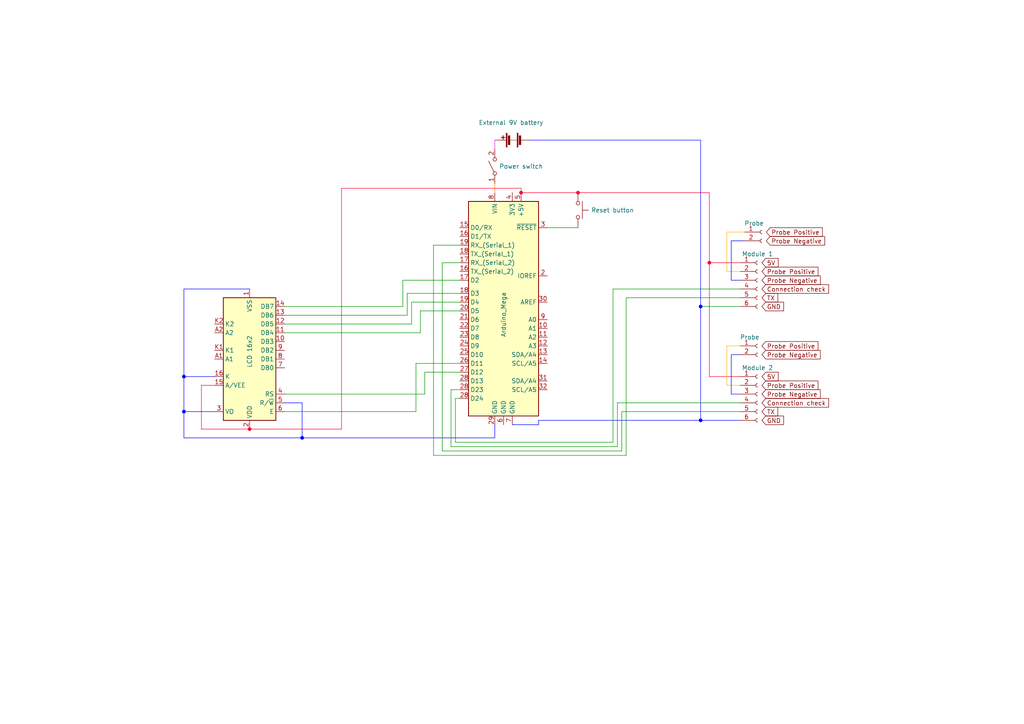
<source format=kicad_sch>
(kicad_sch (version 20211123) (generator eeschema)
  (paper "A4")
  (title_block (title "Modo Base Station") (date "2022-04-01") (company "SebiTCR") (comment 1 "Displays the received data from the modules on the LCD screen") (comment 2 "Sends the data to an external PC (if connected via USB)"))
  (lib_symbols
    (symbol "Connector:Conn_01x02_Female" (pin_names (offset 1.016) hide)
      (property "Reference" "J" (at 0 2.54 0))
      (property "Value" "Conn_01x02_Female" (at 0 -5.08 0))
      (symbol "Conn_01x02_Female_1_1"
        (arc (start 0 -2.032) (mid -0.508 -2.54) (end 0 -3.048) (stroke (width 0.1524)))
        (polyline (pts (xy -1.27 -2.54) (xy -0.508 -2.54)) (stroke (width 0.1524)))
        (polyline (pts (xy -1.27 0) (xy -0.508 0)) (stroke (width 0.1524)))
        (arc (start 0 0.508) (mid -0.508 0) (end 0 -0.508) (stroke (width 0.1524)))
        (pin passive line (at -5.08 0 0) (length 3.81) (name "Pin_1") (number "1"))
        (pin passive line (at -5.08 -2.54 0) (length 3.81) (name "Pin_2") (number "2"))
      )
    )
    (symbol "Connector:Conn_01x06_Female" (pin_names (offset 1.016) hide)
      (property "Reference" "J" (at 0 7.62 0))
      (property "Value" "Conn_01x06_Female" (at 0 -10.16 0))
      (symbol "Conn_01x06_Female_1_1"
        (arc (start 0 -7.112) (mid -0.508 -7.62) (end 0 -8.128) (stroke (width 0.1524)))
        (arc (start 0 -4.572) (mid -0.508 -5.08) (end 0 -5.588) (stroke (width 0.1524)))
        (arc (start 0 -2.032) (mid -0.508 -2.54) (end 0 -3.048) (stroke (width 0.1524)))
        (polyline (pts (xy -1.27 -7.62) (xy -0.508 -7.62)) (stroke (width 0.1524)))
        (polyline (pts (xy -1.27 -5.08) (xy -0.508 -5.08)) (stroke (width 0.1524)))
        (polyline (pts (xy -1.27 -2.54) (xy -0.508 -2.54)) (stroke (width 0.1524)))
        (polyline (pts (xy -1.27 0) (xy -0.508 0)) (stroke (width 0.1524)))
        (polyline (pts (xy -1.27 2.54) (xy -0.508 2.54)) (stroke (width 0.1524)))
        (polyline (pts (xy -1.27 5.08) (xy -0.508 5.08)) (stroke (width 0.1524)))
        (arc (start 0 0.508) (mid -0.508 0) (end 0 -0.508) (stroke (width 0.1524)))
        (arc (start 0 3.048) (mid -0.508 2.54) (end 0 2.032) (stroke (width 0.1524)))
        (arc (start 0 5.588) (mid -0.508 5.08) (end 0 4.572) (stroke (width 0.1524)))
        (pin passive line (at -5.08 5.08 0) (length 3.81) (name "Pin_1") (number "1"))
        (pin passive line (at -5.08 2.54 0) (length 3.81) (name "Pin_2") (number "2"))
        (pin passive line (at -5.08 0 0) (length 3.81) (name "Pin_3") (number "3"))
        (pin passive line (at -5.08 -2.54 0) (length 3.81) (name "Pin_4") (number "4"))
        (pin passive line (at -5.08 -5.08 0) (length 3.81) (name "Pin_5") (number "5"))
        (pin passive line (at -5.08 -7.62 0) (length 3.81) (name "Pin_6") (number "6"))
      )
    )
    (symbol "Device:Battery" (pin_numbers hide) (pin_names (offset 0) hide)
      (property "Reference" "BT" (at 2.54 2.54 0))
      (property "Value" "Battery" (at 2.54 0 0))
      (symbol "Battery_0_1"
        (rectangle (start -2.032 -1.397) (end 2.032 -1.651) (fill (type outline)))
        (rectangle (start -2.032 1.778) (end 2.032 1.524) (fill (type outline)))
        (rectangle (start -1.3208 -1.9812) (end 1.27 -2.4892) (fill (type outline)))
        (rectangle (start -1.3208 1.1938) (end 1.27 0.6858) (fill (type outline)))
        (polyline (pts (xy 0 -1.524) (xy 0 -1.27)))
        (polyline (pts (xy 0 -1.016) (xy 0 -0.762)))
        (polyline (pts (xy 0 -0.508) (xy 0 -0.254)))
        (polyline (pts (xy 0 0) (xy 0 0.254)))
        (polyline (pts (xy 0 0.508) (xy 0 0.762)))
        (polyline (pts (xy 0 1.778) (xy 0 2.54)))
        (polyline (pts (xy 0.254 2.667) (xy 1.27 2.667)) (stroke (width 0.254)))
        (polyline (pts (xy 0.762 3.175) (xy 0.762 2.159)) (stroke (width 0.254)))
      )
      (symbol "Battery_1_1"
        (pin passive line (at 0 5.08 270) (length 2.54) (name "+") (number "1"))
        (pin passive line (at 0 -5.08 90) (length 2.54) (name "-") (number "2"))
      )
    )
    (symbol "Display_Character:LCD-016N002L"
      (property "Reference" "U" (at -6.35 18.796 0))
      (property "Value" "LCD-016N002L" (at 8.636 18.796 0))
      (symbol "LCD-016N002L_1_1"
        (rectangle (start -7.62 17.78) (end 7.62 -17.78) (stroke (width 0.254)) (fill (type background)))
        (pin power_in line (at 0 -20.32 90) (length 2.54) (name "VSS") (number "1"))
        (pin bidirectional line (at -10.16 -5.08 0) (length 2.54) (name "DB3") (number "10"))
        (pin bidirectional line (at -10.16 -7.62 0) (length 2.54) (name "DB4") (number "11"))
        (pin bidirectional line (at -10.16 -10.16 0) (length 2.54) (name "DB5") (number "12"))
        (pin bidirectional line (at -10.16 -12.7 0) (length 2.54) (name "DB6") (number "13"))
        (pin bidirectional line (at -10.16 -15.24 0) (length 2.54) (name "DB7") (number "14"))
        (pin power_in line (at 10.16 7.62 180) (length 2.54) (name "A/VEE") (number "15"))
        (pin power_in line (at 10.16 5.08 180) (length 2.54) (name "K") (number "16"))
        (pin power_in line (at 0 20.32 270) (length 2.54) (name "VDD") (number "2"))
        (pin input line (at 10.16 15.24 180) (length 2.54) (name "VO") (number "3"))
        (pin input line (at -10.16 10.16 0) (length 2.54) (name "RS") (number "4"))
        (pin input line (at -10.16 12.7 0) (length 2.54) (name "R/~{W}") (number "5"))
        (pin input line (at -10.16 15.24 0) (length 2.54) (name "E") (number "6"))
        (pin bidirectional line (at -10.16 2.54 0) (length 2.54) (name "DB0") (number "7"))
        (pin bidirectional line (at -10.16 0 0) (length 2.54) (name "DB1") (number "8"))
        (pin bidirectional line (at -10.16 -2.54 0) (length 2.54) (name "DB2") (number "9"))
        (pin power_in line (at 10.16 0 180) (length 2.54) (name "A1") (number "A1"))
        (pin power_in line (at 10.16 -7.62 180) (length 2.54) (name "A2") (number "A2"))
        (pin power_in line (at 10.16 -2.54 180) (length 2.54) (name "K1") (number "K1"))
        (pin power_in line (at 10.16 -10.16 180) (length 2.54) (name "K2") (number "K2"))
      )
    )
    (symbol "MCU_Module:Arduino_Mega"
      (property "Reference" "A" (at -10.16 23.495 0))
      (property "Value" "Arduino_Mega" (at 19.05 -29.21 0))
      (symbol "Arduino_Mega_0_1"
        (rectangle (start -10.16 22.86) (end 10.16 -39.37) (stroke (width 0.254)) (fill (type background)))
      )
      (symbol "Arduino_Mega_1_1"
        (pin bidirectional line (at 12.7 -13.97 180) (length 2.54) (name "A1") (number "10"))
        (pin bidirectional line (at 12.7 -16.51 180) (length 2.54) (name "A2") (number "11"))
        (pin bidirectional line (at 12.7 -19.05 180) (length 2.54) (name "A3") (number "12"))
        (pin bidirectional line (at 12.7 -21.59 180) (length 2.54) (name "SDA/A4") (number "13"))
        (pin bidirectional line (at 12.7 -24.13 180) (length 2.54) (name "SCL/A5") (number "14"))
        (pin bidirectional line (at -12.7 15.24 0) (length 2.54) (name "D0/RX") (number "15"))
        (pin bidirectional line (at -12.7 12.7 0) (length 2.54) (name "D1/TX") (number "16"))
        (pin bidirectional line (at -12.7 2.54 0) (length 2.54) (name "TX_(Serial_2)") (number "16"))
        (pin bidirectional line (at -12.7 0 0) (length 2.54) (name "D2") (number "17"))
        (pin bidirectional line (at -12.7 5.08 0) (length 2.54) (name "RX_(Serial_2)") (number "17"))
        (pin bidirectional line (at -12.7 -3.81 0) (length 2.54) (name "D3") (number "18"))
        (pin bidirectional line (at -12.7 7.62 0) (length 2.54) (name "TX_(Serial_1)") (number "18"))
        (pin bidirectional line (at -12.7 -6.35 0) (length 2.54) (name "D4") (number "19"))
        (pin bidirectional line (at -12.7 10.16 0) (length 2.54) (name "RX_(Serial_1)") (number "19"))
        (pin output line (at 12.7 1.27 180) (length 2.54) (name "IOREF") (number "2"))
        (pin bidirectional line (at -12.7 -8.89 0) (length 2.54) (name "D5") (number "20"))
        (pin bidirectional line (at -12.7 -11.43 0) (length 2.54) (name "D6") (number "21"))
        (pin bidirectional line (at -12.7 -13.97 0) (length 2.54) (name "D7") (number "22"))
        (pin bidirectional line (at -12.7 -16.51 0) (length 2.54) (name "D8") (number "23"))
        (pin bidirectional line (at -12.7 -19.05 0) (length 2.54) (name "D9") (number "24"))
        (pin bidirectional line (at -12.7 -21.59 0) (length 2.54) (name "D10") (number "25"))
        (pin bidirectional line (at -12.7 -24.13 0) (length 2.54) (name "D11") (number "26"))
        (pin bidirectional line (at -12.7 -26.67 0) (length 2.54) (name "D12") (number "27"))
        (pin bidirectional line (at -12.7 -29.21 0) (length 2.54) (name "D13") (number "28"))
        (pin bidirectional line (at -12.7 -31.75 0) (length 2.54) (name "D23") (number "28"))
        (pin bidirectional line (at -12.7 -34.29 0) (length 2.54) (name "D24") (number "28"))
        (pin power_in line (at -2.54 -41.91 90) (length 2.54) (name "GND") (number "29"))
        (pin input line (at 12.7 15.24 180) (length 2.54) (name "~{RESET}") (number "3"))
        (pin input line (at 12.7 -6.35 180) (length 2.54) (name "AREF") (number "30"))
        (pin bidirectional line (at 12.7 -29.21 180) (length 2.54) (name "SDA/A4") (number "31"))
        (pin bidirectional line (at 12.7 -31.75 180) (length 2.54) (name "SCL/A5") (number "32"))
        (pin power_out line (at 2.54 25.4 270) (length 2.54) (name "3V3") (number "4"))
        (pin power_out line (at 5.08 25.4 270) (length 2.54) (name "+5V") (number "5"))
        (pin power_in line (at 0 -41.91 90) (length 2.54) (name "GND") (number "6"))
        (pin power_in line (at 2.54 -41.91 90) (length 2.54) (name "GND") (number "7"))
        (pin power_in line (at -2.54 25.4 270) (length 2.54) (name "VIN") (number "8"))
        (pin bidirectional line (at 12.7 -11.43 180) (length 2.54) (name "A0") (number "9"))
      )
    )
    (symbol "Switch:SW_MEC_5G" (pin_numbers hide) (pin_names (offset 1.016) hide)
      (property "Reference" "SW" (at 1.27 2.54 0))
      (property "Value" "SW_MEC_5G" (at 0 -1.524 0))
      (symbol "SW_MEC_5G_0_1"
        (circle (center -2.032 0) (radius 0.508))
        (polyline (pts (xy 0 1.27) (xy 0 3.048)))
        (polyline (pts (xy 2.54 1.27) (xy -2.54 1.27)))
        (circle (center 2.032 0) (radius 0.508))
        (pin passive line (at -5.08 0 0) (length 2.54) (name "A") (number "1"))
        (pin passive line (at 5.08 0 180) (length 2.54) (name "B") (number "3"))
      )
      (symbol "SW_MEC_5G_1_1"
        (pin passive line (at -5.08 0 0) (length 2.54) hide (name "A") (number "2"))
        (pin passive line (at 5.08 0 180) (length 2.54) hide (name "B") (number "4"))
      )
    )
    (symbol "Switch:SW_SPST" (pin_names (offset 0) hide)
      (property "Reference" "SW" (at 0 3.175 0))
      (property "Value" "SW_SPST" (at 0 -2.54 0))
      (symbol "SW_SPST_0_0"
        (circle (center -2.032 0) (radius 0.508))
        (polyline (pts (xy -1.524 0.254) (xy 1.524 1.778)))
        (circle (center 2.032 0) (radius 0.508))
      )
      (symbol "SW_SPST_1_1"
        (pin passive line (at -5.08 0 0) (length 2.54) (name "A") (number "1"))
        (pin passive line (at 5.08 0 180) (length 2.54) (name "B") (number "2"))
      )
    )
  )
  (junction (at 205.74 76.2) (color 255 0 52 1))
  (junction (at 167.64 55.88) (color 255 0 52 1))
  (junction (at 53.34 119.38) (color 0 0 255 1))
  (junction (at 87.63 127) (color 0 0 255 1))
  (junction (at 151.13 55.88) (color 255 0 52 1))
  (junction (at 203.2 88.9) (color 0 0 255 1))
  (junction (at 53.34 109.22) (color 0 0 255 1))
  (junction (at 72.39 124.46) (color 255 0 52 1))
  (junction (at 203.2 121.92) (color 0 0 255 1))
  (wire (pts (xy 167.64 55.88) (xy 205.74 55.88)) (stroke (width 0) (color 255 0 52 1)))
  (wire (pts (xy 125.73 71.12) (xy 133.35 71.12)))
  (wire (pts (xy 120.65 119.38) (xy 120.65 105.41)))
  (wire (pts (xy 53.34 109.22) (xy 53.34 119.38)) (stroke (width 0) (color 0 0 255 1)))
  (wire (pts (xy 121.92 96.52) (xy 121.92 90.17)))
  (wire (pts (xy 120.65 105.41) (xy 133.35 105.41)))
  (wire (pts (xy 212.09 102.87) (xy 212.09 114.3)) (stroke (width 0) (color 20 0 255 1)))
  (wire (pts (xy 210.82 78.74) (xy 210.82 67.31)) (stroke (width 0) (color 255 186 0 1)))
  (wire (pts (xy 214.63 121.92) (xy 203.2 121.92)) (stroke (width 0) (color 0 0 255 1)))
  (wire (pts (xy 82.55 116.84) (xy 87.63 116.84)) (stroke (width 0) (color 0 0 255 1)))
  (wire (pts (xy 212.09 81.28) (xy 212.09 69.85)) (stroke (width 0) (color 1 0 255 1)))
  (wire (pts (xy 118.11 91.44) (xy 118.11 85.09)))
  (wire (pts (xy 133.35 115.57) (xy 132.08 115.57)))
  (wire (pts (xy 125.73 132.08) (xy 125.73 71.12)))
  (wire (pts (xy 116.84 81.28) (xy 133.35 81.28)))
  (wire (pts (xy 203.2 88.9) (xy 214.63 88.9)))
  (wire (pts (xy 99.06 54.61) (xy 151.13 54.61)) (stroke (width 0) (color 255 0 52 1)))
  (wire (pts (xy 53.34 83.82) (xy 72.39 83.82)) (stroke (width 0) (color 0 0 255 1)))
  (wire (pts (xy 210.82 67.31) (xy 215.9 67.31)) (stroke (width 0) (color 255 186 0 1)))
  (wire (pts (xy 58.42 111.76) (xy 58.42 124.46)) (stroke (width 0) (color 255 0 52 1)))
  (wire (pts (xy 180.34 130.81) (xy 128.27 130.81)))
  (wire (pts (xy 132.08 115.57) (xy 132.08 128.27)))
  (wire (pts (xy 212.09 114.3) (xy 214.63 114.3)) (stroke (width 0) (color 20 0 255 1)))
  (wire (pts (xy 177.8 83.82) (xy 177.8 128.27)))
  (wire (pts (xy 99.06 124.46) (xy 99.06 54.61)) (stroke (width 0) (color 255 0 52 1)))
  (wire (pts (xy 123.19 114.3) (xy 123.19 107.95)))
  (wire (pts (xy 210.82 100.33) (xy 210.82 111.76)) (stroke (width 0) (color 255 186 0 1)))
  (wire (pts (xy 119.38 93.98) (xy 119.38 87.63)))
  (wire (pts (xy 82.55 114.3) (xy 123.19 114.3)))
  (wire (pts (xy 153.67 40.64) (xy 203.2 40.64)) (stroke (width 0) (color 0 0 255 1)))
  (wire (pts (xy 181.61 132.08) (xy 125.73 132.08)))
  (wire (pts (xy 82.55 91.44) (xy 118.11 91.44)))
  (wire (pts (xy 205.74 55.88) (xy 205.74 76.2)) (stroke (width 0) (color 255 0 52 1)))
  (wire (pts (xy 214.63 119.38) (xy 180.34 119.38)))
  (wire (pts (xy 151.13 55.88) (xy 167.64 55.88)) (stroke (width 0) (color 255 0 52 1)))
  (wire (pts (xy 128.27 130.81) (xy 128.27 76.2)))
  (wire (pts (xy 180.34 119.38) (xy 180.34 130.81)))
  (wire (pts (xy 214.63 78.74) (xy 210.82 78.74)) (stroke (width 0) (color 255 186 0 1)))
  (wire (pts (xy 53.34 119.38) (xy 53.34 127)) (stroke (width 0) (color 0 0 255 1)))
  (wire (pts (xy 214.63 86.36) (xy 181.61 86.36)))
  (wire (pts (xy 87.63 127) (xy 53.34 127)) (stroke (width 0) (color 0 0 255 1)))
  (wire (pts (xy 143.51 40.64) (xy 143.51 43.18)) (stroke (width 0) (color 255 29 229 1)))
  (wire (pts (xy 179.07 116.84) (xy 179.07 129.54)))
  (wire (pts (xy 205.74 109.22) (xy 214.63 109.22)) (stroke (width 0) (color 255 0 52 1)))
  (wire (pts (xy 116.84 88.9) (xy 116.84 81.28)))
  (wire (pts (xy 214.63 81.28) (xy 212.09 81.28)) (stroke (width 0) (color 1 0 255 1)))
  (wire (pts (xy 119.38 87.63) (xy 133.35 87.63)))
  (wire (pts (xy 143.51 127) (xy 143.51 123.19)) (stroke (width 0) (color 0 0 255 1)))
  (wire (pts (xy 179.07 129.54) (xy 130.81 129.54)))
  (wire (pts (xy 143.51 53.34) (xy 143.51 55.88)) (stroke (width 0) (color 255 141 0 1)))
  (wire (pts (xy 179.07 116.84) (xy 214.63 116.84)))
  (wire (pts (xy 181.61 86.36) (xy 181.61 132.08)))
  (wire (pts (xy 72.39 124.46) (xy 99.06 124.46)) (stroke (width 0) (color 255 0 52 1)))
  (wire (pts (xy 151.13 54.61) (xy 151.13 55.88)))
  (wire (pts (xy 214.63 102.87) (xy 212.09 102.87)) (stroke (width 0) (color 20 0 255 1)))
  (wire (pts (xy 82.55 88.9) (xy 116.84 88.9)))
  (wire (pts (xy 210.82 111.76) (xy 214.63 111.76)) (stroke (width 0) (color 255 186 0 1)))
  (wire (pts (xy 82.55 93.98) (xy 119.38 93.98)))
  (wire (pts (xy 205.74 76.2) (xy 205.74 109.22)) (stroke (width 0) (color 255 0 52 1)))
  (wire (pts (xy 214.63 100.33) (xy 210.82 100.33)) (stroke (width 0) (color 255 186 0 1)))
  (wire (pts (xy 156.21 123.19) (xy 148.59 123.19)) (stroke (width 0) (color 0 0 255 1)))
  (wire (pts (xy 82.55 96.52) (xy 121.92 96.52)))
  (wire (pts (xy 62.23 119.38) (xy 53.34 119.38)) (stroke (width 0) (color 0 0 255 1)))
  (wire (pts (xy 212.09 69.85) (xy 215.9 69.85)) (stroke (width 0) (color 1 0 255 1)))
  (wire (pts (xy 130.81 113.03) (xy 133.35 113.03)))
  (wire (pts (xy 156.21 121.92) (xy 156.21 123.19)) (stroke (width 0) (color 0 0 255 1)))
  (wire (pts (xy 121.92 90.17) (xy 133.35 90.17)))
  (wire (pts (xy 143.51 127) (xy 87.63 127)) (stroke (width 0) (color 0 0 255 1)))
  (wire (pts (xy 128.27 76.2) (xy 133.35 76.2)))
  (wire (pts (xy 203.2 121.92) (xy 203.2 88.9)) (stroke (width 0) (color 0 0 255 1)))
  (wire (pts (xy 87.63 116.84) (xy 87.63 127)) (stroke (width 0) (color 0 0 255 1)))
  (wire (pts (xy 130.81 129.54) (xy 130.81 113.03)))
  (wire (pts (xy 53.34 109.22) (xy 62.23 109.22)) (stroke (width 0) (color 0 0 255 1)))
  (wire (pts (xy 132.08 128.27) (xy 177.8 128.27)))
  (wire (pts (xy 203.2 121.92) (xy 156.21 121.92)) (stroke (width 0) (color 0 0 255 1)))
  (wire (pts (xy 214.63 83.82) (xy 177.8 83.82)))
  (wire (pts (xy 214.63 76.2) (xy 205.74 76.2)) (stroke (width 0) (color 255 0 52 1)))
  (wire (pts (xy 118.11 85.09) (xy 133.35 85.09)))
  (wire (pts (xy 123.19 107.95) (xy 133.35 107.95)))
  (wire (pts (xy 82.55 119.38) (xy 120.65 119.38)))
  (wire (pts (xy 158.75 66.04) (xy 167.64 66.04)))
  (wire (pts (xy 58.42 124.46) (xy 72.39 124.46)) (stroke (width 0) (color 255 0 52 1)))
  (wire (pts (xy 203.2 40.64) (xy 203.2 88.9)) (stroke (width 0) (color 0 0 255 1)))
  (wire (pts (xy 62.23 111.76) (xy 58.42 111.76)) (stroke (width 0) (color 255 0 52 1)))
  (wire (pts (xy 53.34 109.22) (xy 53.34 83.82)) (stroke (width 0) (color 0 0 255 1)))
  (global_label "Probe Negative" (shape input) (at 220.98 114.3 0) (property "Intersheet References" "${INTERSHEET_REFS}" (effects hide)))
  (global_label "Probe Negative" (shape input) (at 220.98 102.87 0) (property "Intersheet References" "${INTERSHEET_REFS}" (effects hide)))
  (global_label "Probe Positive" (shape input) (at 220.98 111.76 0) (property "Intersheet References" "${INTERSHEET_REFS}" (effects hide)))
  (global_label "TX" (shape input) (at 220.98 119.38 0) (property "Intersheet References" "${INTERSHEET_REFS}" (effects hide)))
  (global_label "GND" (shape input) (at 220.98 88.9 0) (property "Intersheet References" "${INTERSHEET_REFS}" (effects hide)))
  (global_label "Probe Positive" (shape input) (at 222.25 67.31 0) (property "Intersheet References" "${INTERSHEET_REFS}" (effects hide)))
  (global_label "Probe Positive" (shape input) (at 220.98 78.74 0) (property "Intersheet References" "${INTERSHEET_REFS}" (effects hide)))
  (global_label "Probe Positive" (shape input) (at 220.98 100.33 0) (property "Intersheet References" "${INTERSHEET_REFS}" (effects hide)))
  (global_label "TX" (shape input) (at 220.98 86.36 0) (property "Intersheet References" "${INTERSHEET_REFS}" (effects hide)))
  (global_label "Connection check" (shape input) (at 220.98 83.82 0) (property "Intersheet References" "${INTERSHEET_REFS}" (effects hide)))
  (global_label "GND" (shape input) (at 220.98 121.92 0) (property "Intersheet References" "${INTERSHEET_REFS}" (effects hide)))
  (global_label "Connection check" (shape input) (at 220.98 116.84 0) (property "Intersheet References" "${INTERSHEET_REFS}" (effects hide)))
  (global_label "Probe Negative" (shape input) (at 222.25 69.85 0) (property "Intersheet References" "${INTERSHEET_REFS}" (effects hide)))
  (global_label "5V" (shape input) (at 220.98 76.2 0) (property "Intersheet References" "${INTERSHEET_REFS}" (effects hide)))
  (global_label "Probe Negative" (shape input) (at 220.98 81.28 0) (property "Intersheet References" "${INTERSHEET_REFS}" (effects hide)))
  (global_label "5V" (shape input) (at 220.98 109.22 0) (property "Intersheet References" "${INTERSHEET_REFS}" (effects hide)))
  (symbol (lib_id "Connector:Conn_01x06_Female") (at 219.71 81.28 0) (unit 1)
    (property "Reference" "J?" (effects hide))
    (property "Value" "Module 1" (at 219.71 73.66 0))
  )
  (symbol (lib_id "Switch:SW_SPST") (at 143.51 48.26 90) (unit 1)
    (property "Reference" "SW?" (effects hide))
    (property "Value" "Power switch" (at 144.78 48.2599 90) (effects (justify right)))
  )
  (symbol (lib_id "Connector:Conn_01x06_Female") (at 219.71 114.3 0) (unit 1)
    (property "Reference" "J?" (effects hide))
    (property "Value" "Module 2" (at 219.71 106.68 0))
  )
  (symbol (lib_id "Device:Battery") (at 148.59 40.64 90) (unit 1)
    (property "Reference" "BT?" (effects hide))
    (property "Value" "External 9V battery" (at 148.209 35.56 90))
  )
  (symbol (lib_id "MCU_Module:Arduino_Mega") (at 146.05 81.28 0) (unit 1)
    (property "Reference" "A?" (effects hide))
    (property "Value" "Arduino_Mega" (at 146.05 97.79 90) (effects (justify left)))
    (property "Footprint" "Module:Arduino_Mega_stripped" (effects hide))
    (property "Datasheet" "https://www.arduino.cc/en/Main/arduinoBoardUno" (effects hide))
  )
  (symbol (lib_id "Connector:Conn_01x02_Female") (at 220.98 67.31 0) (unit 1)
    (property "Reference" "J?" (effects hide))
    (property "Value" "Probe" (at 215.9 64.77 0) (effects (justify left)))
  )
  (symbol (lib_id "Display_Character:LCD-016N002L") (at 72.39 104.14 180) (unit 1)
    (property "Reference" "U?" (effects hide))
    (property "Value" "LCD 16x2" (at 72.39 106.68 90) (effects (justify right)))
    (property "Footprint" "Display:LCD-016N002L" (effects hide))
    (property "Datasheet" "http://www.vishay.com/docs/37299/37299.pdf" (effects hide))
  )
  (symbol (lib_id "Switch:SW_MEC_5G") (at 167.64 60.96 270) (unit 1)
    (property "Reference" "SW?" (effects hide))
    (property "Value" "Reset button" (at 171.45 60.9599 90) (effects (justify left)))
    (property "Datasheet" "http://www.apem.com/int/index.php?controller=attachment&id_attachment=488" (effects hide))
  )
  (symbol (lib_id "Connector:Conn_01x02_Female") (at 219.71 100.33 0) (unit 1)
    (property "Reference" "J?" (effects hide))
    (property "Value" "Probe" (at 214.63 97.79 0) (effects (justify left)))
  )
)
</source>
